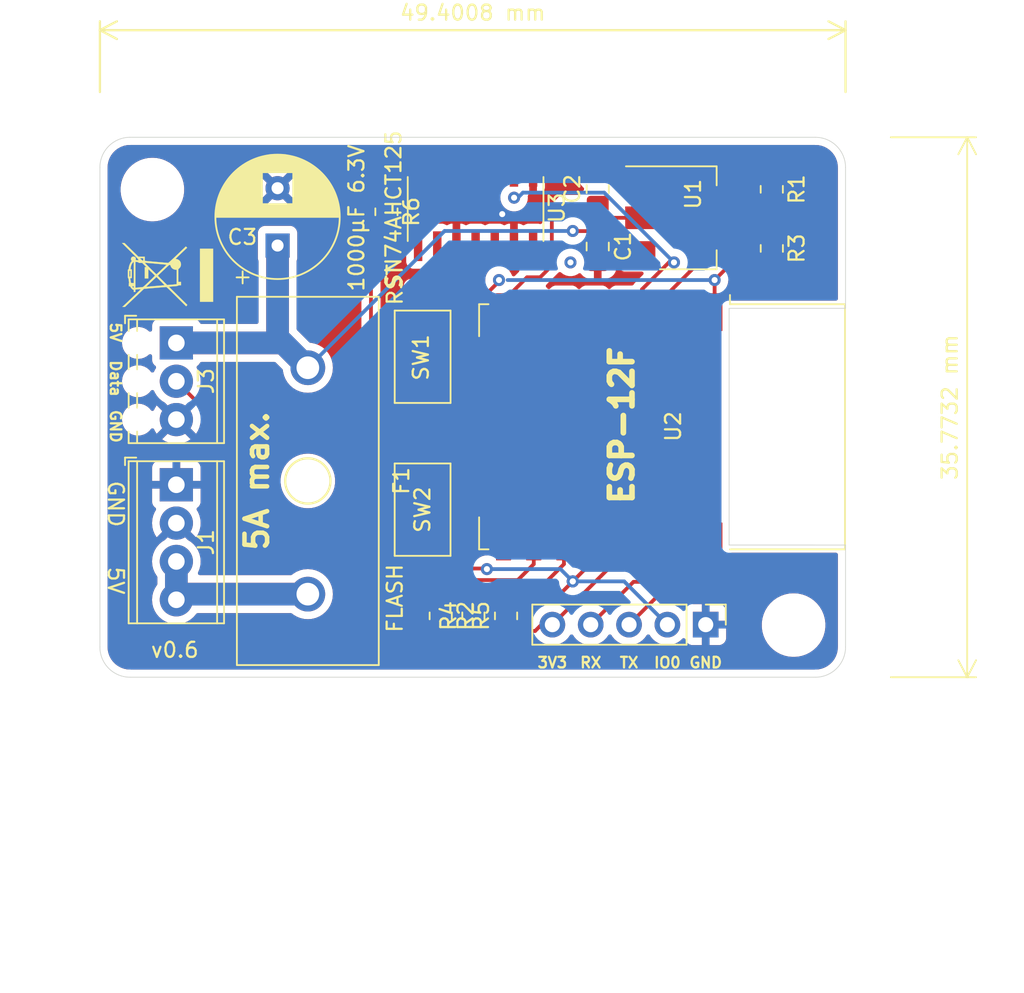
<source format=kicad_pcb>
(kicad_pcb (version 20211014) (generator pcbnew)
  (title_block (title "WS2812 Controller") (date "2022-01-30") (rev "0.6") (company "haus-automatisierung.com") (comment 1 "Matthias Kleine"))
  (layers (0 "F.Cu" signal) (31 "B.Cu" signal) (34 "B.Paste" user) (35 "F.Paste" user) (36 "B.SilkS" user "B.Silkscreen") (37 "F.SilkS" user "F.Silkscreen") (38 "B.Mask" user) (39 "F.Mask" user) (44 "Edge.Cuts" user))
  (net 0 "")
  (net 1 "+5V")
  (net 2 "GND")
  (net 3 "+3V3")
  (net 4 "Net-(R2-Pad1)")
  (net 17 "GPIO0")
  (net 18 "/EN")
  (net 19 "/RST")
  (net 20 "Net-(R4-Pad2)")
  (net 21 "TX")
  (net 22 "RX")
  (net 23 "Net-(J3-Pad2)")
  (net 24 "GPIO4")
  (net 25 "/SUPPLY")
  (net 26 "DATA")
  (footprint "Capacitor_SMD:C_0805_2012Metric_Pad1.18x1.45mm_HandSolder" (layer "F.Cu") (at 143.74114 73.72604 90)
    (fp_text reference "C2" (at 0 -1.68 90) (layer "F.SilkS"))
    (fp_text value "100nF")
    (pad "1" smd roundrect (at -1.0375 0 90) (size 1.175 1.45) (layers "F.Cu" "F.Paste" "F.Mask") (roundrect_rratio 0.212766) (net 3 "+3V3"))
    (pad "2" smd roundrect (at 1.0375 0 90) (size 1.175 1.45) (layers "F.Cu" "F.Paste" "F.Mask") (roundrect_rratio 0.212766) (net 2 "GND"))
  )
  (footprint "Capacitor_SMD:C_0805_2012Metric_Pad1.18x1.45mm_HandSolder" (layer "F.Cu") (at 143.74114 77.53604 -90)
    (fp_text reference "C1" (at 0 -1.68 -90) (layer "F.SilkS"))
    (fp_text value "100nF")
    (pad "1" smd roundrect (at -1.0375 0 270) (size 1.175 1.45) (layers "F.Cu" "F.Paste" "F.Mask") (roundrect_rratio 0.212766) (net 1 "+5V"))
    (pad "2" smd roundrect (at 1.0375 0 270) (size 1.175 1.45) (layers "F.Cu" "F.Paste" "F.Mask") (roundrect_rratio 0.212766) (net 2 "GND"))
  )
  (footprint "Package_TO_SOT_SMD:SOT-223-3_TabPin2" (layer "F.Cu") (at 149.71014 75.63104)
    (fp_text reference "U1" (at 0.35306 -1.56464 270) (layer "F.SilkS"))
    (fp_text value "AMS1117-3.3")
    (pad "1" smd rect (at -3.15 -2.3) (size 2 1.5) (layers "F.Cu" "F.Paste" "F.Mask") (net 2 "GND"))
    (pad "2" smd rect (at -3.15 0) (size 2 1.5) (layers "F.Cu" "F.Paste" "F.Mask") (net 3 "+3V3"))
    (pad "2" smd rect (at 3.15 0) (size 2 3.8) (layers "F.Cu" "F.Paste" "F.Mask") (net 3 "+3V3"))
    (pad "3" smd rect (at -3.15 2.3) (size 2 1.5) (layers "F.Cu" "F.Paste" "F.Mask") (net 1 "+5V"))
  )
  (footprint "Button_Switch_SMD:SW_SPST_CK_RS282G05A3" (layer "F.Cu") (at 132.13842 94.96806 90)
    (fp_text reference "SW2" (at 0 -0.00762 90) (layer "F.SilkS"))
    (fp_text value "SW_GPIO0")
    (pad "1" smd rect (at -3.9 0 90) (size 1.5 1.5) (layers "F.Cu" "F.Paste" "F.Mask") (net 17 "GPIO0"))
    (pad "2" smd rect (at 3.9 0 90) (size 1.5 1.5) (layers "F.Cu" "F.Paste" "F.Mask") (net 2 "GND"))
  )
  (footprint "Button_Switch_SMD:SW_SPST_CK_RS282G05A3" (layer "F.Cu") (at 132.14096 84.83854 -90)
    (fp_text reference "SW1" (at 0.04826 0.11176 90) (layer "F.SilkS"))
    (fp_text value "SW_Reset")
    (pad "1" smd rect (at -3.9 0 270) (size 1.5 1.5) (layers "F.Cu" "F.Paste" "F.Mask") (net 2 "GND"))
    (pad "2" smd rect (at 3.9 0 270) (size 1.5 1.5) (layers "F.Cu" "F.Paste" "F.Mask") (net 19 "/RST"))
  )
  (footprint "Resistor_SMD:R_0805_2012Metric_Pad1.20x1.40mm_HandSolder" (layer "F.Cu") (at 135.50392 102.0064 90)
    (fp_text reference "R4" (at 0 -1.65 90) (layer "F.SilkS"))
    (fp_text value "10kΩ")
    (pad "1" smd roundrect (at -1 0 90) (size 1.2 1.4) (layers "F.Cu" "F.Paste" "F.Mask") (roundrect_rratio 0.208333) (net 3 "+3V3"))
    (pad "2" smd roundrect (at 1 0 90) (size 1.2 1.4) (layers "F.Cu" "F.Paste" "F.Mask") (roundrect_rratio 0.208333) (net 20 "Net-(R4-Pad2)"))
  )
  (footprint "Resistor_SMD:R_0805_2012Metric_Pad1.20x1.40mm_HandSolder" (layer "F.Cu") (at 155.27528 77.6605 -90)
    (fp_text reference "R3" (at 0 -1.65 -90) (layer "F.SilkS"))
    (fp_text value "10kΩ")
    (pad "1" smd roundrect (at -1 0 270) (size 1.2 1.4) (layers "F.Cu" "F.Paste" "F.Mask") (roundrect_rratio 0.208333) (net 3 "+3V3"))
    (pad "2" smd roundrect (at 1 0 270) (size 1.2 1.4) (layers "F.Cu" "F.Paste" "F.Mask") (roundrect_rratio 0.208333) (net 19 "/RST"))
  )
  (footprint "Resistor_SMD:R_0805_2012Metric_Pad1.20x1.40mm_HandSolder" (layer "F.Cu") (at 129.7432 75.2348 -90)
    (fp_text reference "R6" (at 0 -1.65 -90) (layer "F.SilkS"))
    (fp_text value "330Ω")
    (pad "1" smd roundrect (at -1 0 270) (size 1.2 1.4) (layers "F.Cu" "F.Paste" "F.Mask") (roundrect_rratio 0.208333) (net 23 "Net-(J3-Pad2)"))
    (pad "2" smd roundrect (at 1 0 270) (size 1.2 1.4) (layers "F.Cu" "F.Paste" "F.Mask") (roundrect_rratio 0.208333) (net 26 "DATA"))
  )
  (footprint "TerminalBlock_Phoenix:TerminalBlock_Phoenix_MPT-0,5-3-2.54_1x03_P2.54mm_Horizontal" (layer "F.Cu") (at 115.824 83.9216 -90)
    (fp_text reference "J3" (at 2.52984 -1.9685 90) (layer "F.SilkS"))
    (fp_text value "Conn_01x03")
    (pad "" np_thru_hole circle (at 2.54 2.54 270) (size 1.1 1.1) (drill 1.1) (layers *.Cu *.Mask))
    (pad "" np_thru_hole circle (at 0 2.54 270) (size 1.1 1.1) (drill 1.1) (layers *.Cu *.Mask))
    (pad "" np_thru_hole circle (at 5.08 2.54 270) (size 1.1 1.1) (drill 1.1) (layers *.Cu *.Mask))
    (pad "1" thru_hole rect (at 0 0 270) (size 2.2 2.2) (drill 1.1) (layers *.Cu *.Mask) (net 1 "+5V"))
    (pad "2" thru_hole circle (at 2.54 0 270) (size 2.2 2.2) (drill 1.1) (layers *.Cu *.Mask) (net 23 "Net-(J3-Pad2)"))
    (pad "3" thru_hole circle (at 5.08 0 270) (size 2.2 2.2) (drill 1.1) (layers *.Cu *.Mask) (net 2 "GND"))
  )
  (footprint "Resistor_SMD:R_0805_2012Metric_Pad1.20x1.40mm_HandSolder" (layer "F.Cu") (at 155.27274 73.74382 -90)
    (fp_text reference "R1" (at 0 -1.65 -90) (layer "F.SilkS"))
    (fp_text value "10kΩ")
    (pad "1" smd roundrect (at -1 0 270) (size 1.2 1.4) (layers "F.Cu" "F.Paste" "F.Mask") (roundrect_rratio 0.208333) (net 3 "+3V3"))
    (pad "2" smd roundrect (at 1 0 270) (size 1.2 1.4) (layers "F.Cu" "F.Paste" "F.Mask") (roundrect_rratio 0.208333) (net 18 "/EN"))
  )
  (footprint "TerminalBlock_Phoenix:TerminalBlock_Phoenix_MPT-0,5-4-2.54_1x04_P2.54mm_Horizontal" (layer "F.Cu") (at 115.824 93.3196 -90)
    (fp_text reference "J1" (at 3.81 -1.9685 90) (layer "F.SilkS"))
    (fp_text value "Conn_01x04_Male")
    (pad "1" thru_hole rect (at 0 0 270) (size 2.2 2.2) (drill 1.1) (layers *.Cu *.Mask) (net 2 "GND"))
    (pad "2" thru_hole circle (at 2.54 0 270) (size 2.2 2.2) (drill 1.1) (layers *.Cu *.Mask) (net 2 "GND"))
    (pad "3" thru_hole circle (at 5.08 0 270) (size 2.2 2.2) (drill 1.1) (layers *.Cu *.Mask) (net 25 "/SUPPLY"))
    (pad "4" thru_hole circle (at 7.62 0 270) (size 2.2 2.2) (drill 1.1) (layers *.Cu *.Mask) (net 25 "/SUPPLY"))
  )
  (footprint "MountingHole:MountingHole_3.2mm_M3" (layer "F.Cu") (at 114.2365 73.7616)
    (fp_text reference "REF**" hide)
    (fp_text value "MountingHole_3.2mm_M3" hide)
    (pad "" np_thru_hole circle (at 0 0) (size 3.2 3.2) (drill 3.2) (layers *.Cu *.Mask))
  )
  (footprint "MountingHole:MountingHole_3.2mm_M3" (layer "F.Cu") (at 156.718 102.616)
    (fp_text reference "REF**" hide)
    (fp_text value "MountingHole_3.2mm_M3" hide)
    (pad "" np_thru_hole circle (at 0 0) (size 3.2 3.2) (drill 3.2) (layers *.Cu *.Mask))
  )
  (footprint "Capacitor_THT:CP_Radial_D8.0mm_P3.80mm" (layer "F.Cu") (at 122.5296 77.47 90)
    (fp_text reference "C3" (at 0.5588 -2.3368 180) (layer "F.SilkS"))
    (fp_text value "1000µF")
    (pad "1" thru_hole rect (at 0 0 90) (size 1.6 1.6) (drill 0.8) (layers *.Cu *.Mask) (net 1 "+5V"))
    (pad "2" thru_hole circle (at 3.8 0 90) (size 1.6 1.6) (drill 0.8) (layers *.Cu *.Mask) (net 2 "GND"))
  )
  (footprint "RF_Module:ESP-12E" (layer "F.Cu") (at 148.00326 89.47712 -90)
    (fp_text reference "U2" (at -0.02032 -0.73914 90) (layer "F.SilkS"))
    (fp_text value "ESP-12F")
    (pad "1" smd rect (at -7.6 -3.5 270) (size 2.5 1) (layers "F.Cu" "F.Paste" "F.Mask") (net 19 "/RST"))
    (pad "2" smd rect (at -7.6 -1.5 270) (size 2.5 1) (layers "F.Cu" "F.Paste" "F.Mask"))
    (pad "3" smd rect (at -7.6 0.5 270) (size 2.5 1) (layers "F.Cu" "F.Paste" "F.Mask") (net 18 "/EN"))
    (pad "4" smd rect (at -7.6 2.5 270) (size 2.5 1) (layers "F.Cu" "F.Paste" "F.Mask"))
    (pad "5" smd rect (at -7.6 4.5 270) (size 2.5 1) (layers "F.Cu" "F.Paste" "F.Mask"))
    (pad "6" smd rect (at -7.6 6.5 270) (size 2.5 1) (layers "F.Cu" "F.Paste" "F.Mask"))
    (pad "7" smd rect (at -7.6 8.5 270) (size 2.5 1) (layers "F.Cu" "F.Paste" "F.Mask"))
    (pad "8" smd rect (at -7.6 10.5 270) (size 2.5 1) (layers "F.Cu" "F.Paste" "F.Mask") (net 3 "+3V3"))
    (pad "9" smd rect (at -5 12 270) (size 1 1.8) (layers "F.Cu" "F.Paste" "F.Mask"))
    (pad "10" smd rect (at -3 12 270) (size 1 1.8) (layers "F.Cu" "F.Paste" "F.Mask"))
    (pad "11" smd rect (at -1 12 270) (size 1 1.8) (layers "F.Cu" "F.Paste" "F.Mask"))
    (pad "12" smd rect (at 1 12 270) (size 1 1.8) (layers "F.Cu" "F.Paste" "F.Mask"))
    (pad "13" smd rect (at 3 12 270) (size 1 1.8) (layers "F.Cu" "F.Paste" "F.Mask"))
    (pad "14" smd rect (at 5 12 270) (size 1 1.8) (layers "F.Cu" "F.Paste" "F.Mask"))
    (pad "15" smd rect (at 7.6 10.5 270) (size 2.5 1) (layers "F.Cu" "F.Paste" "F.Mask") (net 2 "GND"))
    (pad "16" smd rect (at 7.6 8.5 270) (size 2.5 1) (layers "F.Cu" "F.Paste" "F.Mask") (net 4 "Net-(R2-Pad1)"))
    (pad "17" smd rect (at 7.6 6.5 270) (size 2.5 1) (layers "F.Cu" "F.Paste" "F.Mask") (net 20 "Net-(R4-Pad2)"))
    (pad "18" smd rect (at 7.6 4.5 270) (size 2.5 1) (layers "F.Cu" "F.Paste" "F.Mask") (net 17 "GPIO0"))
    (pad "19" smd rect (at 7.6 2.5 270) (size 2.5 1) (layers "F.Cu" "F.Paste" "F.Mask") (net 24 "GPIO4"))
    (pad "20" smd rect (at 7.6 0.5 270) (size 2.5 1) (layers "F.Cu" "F.Paste" "F.Mask"))
    (pad "21" smd rect (at 7.6 -1.5 270) (size 2.5 1) (layers "F.Cu" "F.Paste" "F.Mask") (net 22 "RX"))
    (pad "22" smd rect (at 7.6 -3.5 270) (size 2.5 1) (layers "F.Cu" "F.Paste" "F.Mask") (net 21 "TX"))
    (zone (net 0) (net_name "") (layers *.Cu) (connect_pads (clearance 0)) (min_thickness 0.254)
      (keepout (tracks not_allowed) (vias not_allowed) (pads not_allowed) (copperpour not_allowed) (footprints not_allowed))
      (fill (thermal_gap 0.508) (thermal_bridge_width 0.508))
      (polygon (pts (xy 152.80326 81.35712) (xy 152.80326 97.59712) (xy 160.12326 97.59712) (xy 160.12326 81.35712)))
    )
  )
  (footprint "Custom Footprints CB:Fuse-PTF75_Stelvio" (layer "F.Cu") (at 129.2352 93.0656 -90)
    (fp_text reference "F1" (at 0 -1.5 -90) (layer "F.SilkS"))
    (fp_text value "Fuse")
    (pad "" np_thru_hole circle (at 0 4.7 270) (size 2.6 2.6) (drill 2.6) (layers *.Cu *.Mask))
    (pad "1" thru_hole circle (at -7.5 4.7 270) (size 2.3 2.3) (drill 1.5) (layers *.Cu *.Mask) (net 1 "+5V"))
    (pad "2" thru_hole circle (at 7.5 4.7 270) (size 2.3 2.3) (drill 1.5) (layers *.Cu *.Mask) (net 25 "/SUPPLY"))
  )
  (footprint "Resistor_SMD:R_0805_2012Metric_Pad1.20x1.40mm_HandSolder" (layer "F.Cu") (at 137.668 102.0064 90)
    (fp_text reference "R5" (at 0 -1.65 90) (layer "F.SilkS"))
    (fp_text value "10kΩ")
    (pad "1" smd roundrect (at -1 0 90) (size 1.2 1.4) (layers "F.Cu" "F.Paste" "F.Mask") (roundrect_rratio 0.208333) (net 3 "+3V3"))
    (pad "2" smd roundrect (at 1 0 90) (size 1.2 1.4) (layers "F.Cu" "F.Paste" "F.Mask") (roundrect_rratio 0.208333) (net 17 "GPIO0"))
  )
  (footprint "Resistor_SMD:R_0805_2012Metric_Pad1.20x1.40mm_HandSolder" (layer "F.Cu") (at 133.33984 102.0064 -90)
    (fp_text reference "R2" (at 0 -1.65 -90) (layer "F.SilkS"))
    (fp_text value "10kΩ")
    (pad "1" smd roundrect (at -1 0 270) (size 1.2 1.4) (layers "F.Cu" "F.Paste" "F.Mask") (roundrect_rratio 0.208333) (net 4 "Net-(R2-Pad1)"))
    (pad "2" smd roundrect (at 1 0 270) (size 1.2 1.4) (layers "F.Cu" "F.Paste" "F.Mask") (roundrect_rratio 0.208333) (net 2 "GND"))
  )
  (footprint "Connector_PinHeader_2.54mm:PinHeader_1x05_P2.54mm_Vertical" (layer "F.Cu") (at 150.89632 102.58646 -90)
    (fp_text reference "J2" hide)
    (fp_text value "Conn_01x05_Male")
    (pad "1" thru_hole rect (at 0 0 270) (size 1.7 1.7) (drill 1) (layers *.Cu *.Mask) (net 2 "GND"))
    (pad "2" thru_hole oval (at 0 2.54 270) (size 1.7 1.7) (drill 1) (layers *.Cu *.Mask) (net 17 "GPIO0"))
    (pad "3" thru_hole oval (at 0 5.08 270) (size 1.7 1.7) (drill 1) (layers *.Cu *.Mask) (net 21 "TX"))
    (pad "4" thru_hole oval (at 0 7.62 270) (size 1.7 1.7) (drill 1) (layers *.Cu *.Mask) (net 22 "RX"))
    (pad "5" thru_hole oval (at 0 10.16 270) (size 1.7 1.7) (drill 1) (layers *.Cu *.Mask) (net 3 "+3V3"))
  )
  (footprint "Custom Footprints CB:SN74AHCT125D" (layer "F.Cu") (at 135.65 75.05 -90)
    (fp_text reference "U3" (at -0.0762 -5.3848 -90) (layer "F.SilkS"))
    (fp_text value "SN74AHCT125" (at 0.0254 5.4356 -90) (layer "F.SilkS"))
    (pad "1" smd rect (at -2.4638 -3.81 270) (size 1.969999 0.558) (layers "F.Cu" "F.Paste" "F.Mask") (net 2 "GND"))
    (pad "2" smd rect (at -2.4638 -2.54 270) (size 1.969999 0.558) (layers "F.Cu" "F.Paste" "F.Mask") (net 24 "GPIO4"))
    (pad "3" smd rect (at -2.4638 -1.27 270) (size 1.969999 0.558) (layers "F.Cu" "F.Paste" "F.Mask") (net 26 "DATA"))
    (pad "4" smd rect (at -2.4638 0 270) (size 1.969999 0.558) (layers "F.Cu" "F.Paste" "F.Mask") (net 2 "GND"))
    (pad "5" smd rect (at -2.4638 1.27 270) (size 1.969999 0.558) (layers "F.Cu" "F.Paste" "F.Mask"))
    (pad "6" smd rect (at -2.4638 2.54 270) (size 1.969999 0.558) (layers "F.Cu" "F.Paste" "F.Mask"))
    (pad "7" smd rect (at -2.4638 3.81 270) (size 1.969999 0.558) (layers "F.Cu" "F.Paste" "F.Mask") (net 2 "GND"))
    (pad "8" smd rect (at 2.4638 3.81 270) (size 1.969999 0.558) (layers "F.Cu" "F.Paste" "F.Mask"))
    (pad "9" smd rect (at 2.4638 2.54 270) (size 1.969999 0.558) (layers "F.Cu" "F.Paste" "F.Mask"))
    (pad "10" smd rect (at 2.4638 1.27 270) (size 1.969999 0.558) (layers "F.Cu" "F.Paste" "F.Mask") (net 2 "GND"))
    (pad "11" smd rect (at 2.4638 0 270) (size 1.969999 0.558) (layers "F.Cu" "F.Paste" "F.Mask"))
    (pad "12" smd rect (at 2.4638 -1.27 270) (size 1.969999 0.558) (layers "F.Cu" "F.Paste" "F.Mask"))
    (pad "13" smd rect (at 2.4638 -2.54 270) (size 1.969999 0.558) (layers "F.Cu" "F.Paste" "F.Mask") (net 2 "GND"))
    (pad "14" smd rect (at 2.4638 -3.81 270) (size 1.969999 0.558) (layers "F.Cu" "F.Paste" "F.Mask") (net 1 "+5V"))
  )
  (footprint "Symbol:WEEE-Logo_4.2x6mm_SilkScreen" (layer "F.Cu") (at 115.2398 79.4258 90)
    (fp_text reference "REF**" hide)
    (fp_text value "WEEE-Logo_4.2x6mm_SilkScreen" hide)
  )
  (gr_arc (start 112.75924 106.07028) (mid 111.345026 105.484494) (end 110.75924 104.07028) (layer "Edge.Cuts") (width 0.05))
  (gr_arc (start 160.16 104.07028) (mid 159.574214 105.484494) (end 158.16 106.07028) (layer "Edge.Cuts") (width 0.05))
  (gr_arc (start 158.16 70.29704) (mid 159.574214 70.882826) (end 160.16 72.29704) (layer "Edge.Cuts") (width 0.05))
  (gr_line (start 152.44826 81.62852) (end 152.44826 97.31302) (layer "Edge.Cuts") (width 0.05))
  (gr_line (start 160.16 81.62852) (end 160.16 72.29704) (layer "Edge.Cuts") (width 0.05))
  (gr_line (start 158.16 70.29704) (end 112.75924 70.29704) (layer "Edge.Cuts") (width 0.05))
  (gr_line (start 160.16 104.07028) (end 160.16 97.314055) (layer "Edge.Cuts") (width 0.05))
  (gr_line (start 110.75924 72.29704) (end 110.75924 104.07028) (layer "Edge.Cuts") (width 0.05))
  (gr_line (start 152.44826 97.31302) (end 160.16 97.314055) (layer "Edge.Cuts") (width 0.05))
  (gr_line (start 112.75924 106.07028) (end 158.16 106.07028) (layer "Edge.Cuts") (width 0.05))
  (gr_line (start 160.16 81.62852) (end 152.44826 81.62852) (layer "Edge.Cuts") (width 0.05))
  (gr_arc (start 110.75924 72.29704) (mid 111.345026 70.882826) (end 112.75924 70.29704) (layer "Edge.Cuts") (width 0.05))
  (gr_text "RST" (at 130.302 80.0608 90) (layer "F.SilkS") (effects (font (size 1 1))))
  (gr_text "FLASH" (at 130.302 100.838 90) (layer "F.SilkS") (effects (font (size 1 1))))
  (gr_text "1000µF 6.3V" (at 127.762 75.6412 90) (layer "F.SilkS") (effects (font (size 1 1))))
  (gr_text "GND" (at 111.79836 89.44864 270) (layer "F.SilkS") (effects (font (size 0.7 0.7))))
  (gr_text "5V" (at 111.79836 83.22564 270) (layer "F.SilkS") (effects (font (size 0.7 0.7))))
  (gr_text "5A max." (at 121.158 93.0656 90) (layer "F.SilkS") (effects (font (size 1.5 1.5) (thickness 0.3))))
  (gr_text "Data" (at 111.79836 86.27364 270) (layer "F.SilkS") (effects (font (size 0.7 0.7))))
  (gr_text "ESP-12F" (at 145.33626 89.37552 90) (layer "F.SilkS") (effects (font (size 1.5 1.5) (thickness 0.375))))
  (gr_text "GND" (at 150.89632 105.10022) (layer "F.SilkS") (effects (font (size 0.7 0.7))))
  (gr_text "IO0" (at 148.35632 105.10022) (layer "F.SilkS") (effects (font (size 0.7 0.7))))
  (gr_text "TX" (at 145.81632 105.10022) (layer "F.SilkS") (effects (font (size 0.7 0.7))))
  (gr_text "RX" (at 143.27632 105.10022) (layer "F.SilkS") (effects (font (size 0.7 0.7))))
  (gr_text "3V3" (at 140.73632 105.10022) (layer "F.SilkS") (effects (font (size 0.7 0.7))))
  (gr_text "v0.6" (at 115.7224 104.267) (layer "F.SilkS") (effects (font (size 1 1))))
  (gr_text "5V" (at 111.8108 99.6696 270) (layer "F.SilkS") (effects (font (size 1 1))))
  (gr_text "GND" (at 111.8108 94.5896 270) (layer "F.SilkS") (effects (font (size 1 1))))
  (dimension (type aligned) (layer "F.SilkS") (pts (xy 163.16 106.07028) (xy 163.16 70.29704)) (height 5.0604) (gr_text "35.7732 mm" (at 167.0704 88.18366 90) (layer "F.SilkS") (effects (font (size 1 1) (thickness 0.15)))) (format (units 2) (units_format 1) (precision 4)) (style (thickness 0.12) (arrow_length 1.27) (text_position_mode 0) (extension_height 0.58642) (extension_offset 0) keep_text_aligned))
  (dimension (type aligned) (layer "F.SilkS") (pts (xy 160.16 67.29704) (xy 110.75924 67.29704)) (height 4.09704) (gr_text "49.4008 mm" (at 135.45962 62.05) (layer "F.SilkS") (effects (font (size 1 1) (thickness 0.15)))) (format (units 2) (units_format 1) (precision 4)) (style (thickness 0.15) (arrow_length 1.27) (text_position_mode 0) (extension_height 0.58642) (extension_offset 0) keep_text_aligned))
  (segment (start 142.09384 76.51104) (end 142.0876 76.5048) (width 0.25) (layer "F.Cu") (net 1))
  (segment (start 146.56014 77.93104) (end 145.16114 77.93104) (width 0.25) (layer "F.Cu") (net 1))
  (segment (start 143.74114 76.51104) (end 142.09384 76.51104) (width 0.25) (layer "F.Cu") (net 1))
  (segment (start 122.8912 83.9216) (end 115.824 83.9216) (width 1.5) (layer "F.Cu") (net 1))
  (segment (start 124.5352 85.5656) (end 122.8912 83.9216) (width 1.5) (layer "F.Cu") (net 1))
  (segment (start 122.5296 77.47) (end 122.5296 83.56) (width 1.5) (layer "F.Cu") (net 1))
  (segment (start 122.5296 83.56) (end 124.5352 85.5656) (width 1.5) (layer "F.Cu") (net 1))
  (segment (start 145.16114 77.93104) (end 143.74114 76.51104) (width 0.25) (layer "F.Cu") (net 1))
  (via (at 142.0876 76.5048) (size 0.8) (drill 0.4) (layers "F.Cu" "B.Cu") (net 1))
  (via (at 141.9352 78.5876) (size 0.8) (drill 0.4) (layers "F.Cu" "B.Cu") (net 1))
  (segment (start 122.5296 83.56) (end 124.5352 85.5656) (width 1.5) (layer "B.Cu") (net 1))
  (segment (start 124.5352 85.5656) (end 133.596 76.5048) (width 0.25) (layer "B.Cu") (net 1))
  (segment (start 122.5296 77.47) (end 122.5296 83.56) (width 1.5) (layer "B.Cu") (net 1))
  (segment (start 122.8912 83.9216) (end 115.824 83.9216) (width 1.5) (layer "B.Cu") (net 1))
  (segment (start 133.596 76.5048) (end 142.0876 76.5048) (width 0.25) (layer "B.Cu") (net 1))
  (segment (start 124.5352 85.5656) (end 122.8912 83.9216) (width 1.5) (layer "B.Cu") (net 1))
  (segment (start 145.93014 72.70104) (end 146.56014 73.33104) (width 0.25) (layer "F.Cu") (net 2))
  (segment (start 143.74114 72.70104) (end 145.93014 72.70104) (width 0.25) (layer "F.Cu") (net 2))
  (via (at 137.414 75.3872) (size 0.8) (drill 0.4) (layers "F.Cu" "B.Cu") (net 2))
  (segment (start 144.62114 75.63104) (end 143.74114 74.75104) (width 0.25) (layer "F.Cu") (net 3))
  (segment (start 146.56014 75.63104) (end 144.62114 75.63104) (width 0.25) (layer "F.Cu") (net 3))
  (segment (start 152.86014 75.13142) (end 152.86014 75.63104) (width 0.25) (layer "F.Cu") (net 3))
  (segment (start 139.5936 103.0064) (end 140.01354 102.58646) (width 0.25) (layer "F.Cu") (net 3))
  (segment (start 140.7 75.6) (end 140.7 78.8) (width 0.25) (layer "F.Cu") (net 3))
  (segment (start 141.551558 74.75104) (end 143.74114 74.75104) (width 0.25) (layer "F.Cu") (net 3))
  (segment (start 140.7 78.8) (end 139.926619 79.573381) (width 0.25) (layer "F.Cu") (net 3))
  (segment (start 153.8646 76.6355) (end 152.86014 75.63104) (width 0.25) (layer "F.Cu") (net 3))
  (segment (start 141.551558 74.75104) (end 140.702598 75.6) (width 0.25) (layer "F.Cu") (net 3))
  (segment (start 140.702598 75.6) (end 140.7 75.6) (width 0.25) (layer "F.Cu") (net 3))
  (segment (start 137.50326 83.37712) (end 137.50326 81.87712) (width 0.25) (layer "F.Cu") (net 3))
  (segment (start 139.926619 79.573381) (end 139.056999 79.573381) (width 0.25) (layer "F.Cu") (net 3))
  (segment (start 140.73632 102.58646) (end 144.328261 98.994519) (width 0.25) (layer "F.Cu") (net 3))
  (segment (start 138.11294 102.58646) (end 137.668 103.0314) (width 0.25) (layer "F.Cu") (net 3))
  (segment (start 152.86014 75.63104) (end 146.56014 75.63104) (width 0.25) (layer "F.Cu") (net 3))
  (segment (start 144.328261 98.994519) (end 144.328261 90.202121) (width 0.25) (layer "F.Cu") (net 3))
  (segment (start 144.328261 90.202121) (end 137.50326 83.37712) (width 0.25) (layer "F.Cu") (net 3))
  (segment (start 155.27528 76.6355) (end 153.8646 76.6355) (width 0.25) (layer "F.Cu") (net 3))
  (segment (start 137.668 103.0314) (end 135.50392 103.0314) (width 0.25) (layer "F.Cu") (net 3))
  (segment (start 137.50326 81.87712) (end 137.50326 81.12712) (width 0.25) (layer "F.Cu") (net 3))
  (segment (start 137.668 103.0064) (end 139.5936 103.0064) (width 0.25) (layer "F.Cu") (net 3))
  (segment (start 137.50326 81.12712) (end 139.056999 79.573381) (width 0.25) (layer "F.Cu") (net 3))
  (segment (start 155.27274 72.71882) (end 152.86014 75.13142) (width 0.25) (layer "F.Cu") (net 3))
  (segment (start 140.01354 102.58646) (end 140.73632 102.58646) (width 0.25) (layer "F.Cu") (net 3))
  (segment (start 138.449 99.63138) (end 134.68986 99.63138) (width 0.25) (layer "F.Cu") (net 4))
  (segment (start 134.68986 99.63138) (end 133.33984 100.9814) (width 0.25) (layer "F.Cu") (net 4))
  (segment (start 139.50326 98.57712) (end 138.449 99.63138) (width 0.25) (layer "F.Cu") (net 4))
  (segment (start 139.50326 97.07712) (end 139.50326 98.57712) (width 0.25) (layer "F.Cu") (net 4))
  (segment (start 140.8266 100.9814) (end 142.0876 99.7204) (width 0.25) (layer "F.Cu") (net 17))
  (segment (start 142.0876 99.7204) (end 143.50326 98.30474) (width 0.25) (layer "F.Cu") (net 17))
  (segment (start 136.35968 98.86806) (end 136.398 98.90638) (width 0.25) (layer "F.Cu") (net 17))
  (segment (start 132.13842 98.86806) (end 136.35968 98.86806) (width 0.25) (layer "F.Cu") (net 17))
  (segment (start 137.668 100.9814) (end 140.8266 100.9814) (width 0.25) (layer "F.Cu") (net 17))
  (segment (start 143.50326 98.30474) (end 143.50326 97.07712) (width 0.25) (layer "F.Cu") (net 17))
  (via (at 142.0876 99.7204) (size 0.8) (drill 0.4) (layers "F.Cu" "B.Cu") (net 17))
  (via (at 136.398 98.90638) (size 0.8) (drill 0.4) (layers "F.Cu" "B.Cu") (net 17))
  (via (at 142.0876 99.7204) (size 0.8) (drill 0.4) (layers "F.Cu" "B.Cu") (net 17))
  (segment (start 136.398 98.90638) (end 141.27358 98.90638) (width 0.25) (layer "B.Cu") (net 17))
  (segment (start 141.27358 98.90638) (end 142.0876 99.7204) (width 0.25) (layer "B.Cu") (net 17))
  (segment (start 142.0876 99.7204) (end 145.49026 99.7204) (width 0.25) (layer "B.Cu") (net 17))
  (segment (start 145.49026 99.7204) (end 148.35632 102.58646) (width 0.25) (layer "B.Cu") (net 17))
  (segment (start 156.30029 77.19868) (end 155.82577 77.6732) (width 0.25) (layer "F.Cu") (net 18))
  (segment (start 147.50326 81.542118) (end 147.50326 81.87712) (width 0.25) (layer "F.Cu") (net 18))
  (segment (start 153.740692 78.23549) (end 150.809888 78.23549) (width 0.25) (layer "F.Cu") (net 18))
  (segment (start 150.809888 78.23549) (end 147.50326 81.542118) (width 0.25) (layer "F.Cu") (net 18))
  (segment (start 155.27274 74.76882) (end 156.30029 75.79637) (width 0.25) (layer "F.Cu") (net 18))
  (segment (start 156.30029 75.79637) (end 156.30029 77.19868) (width 0.25) (layer "F.Cu") (net 18))
  (segment (start 154.302982 77.6732) (end 153.740692 78.23549) (width 0.25) (layer "F.Cu") (net 18))
  (segment (start 155.82577 77.6732) (end 154.302982 77.6732) (width 0.25) (layer "F.Cu") (net 18))
  (segment (start 132.14096 84.904418) (end 132.14096 88.73854) (width 0.25) (layer "F.Cu") (net 19))
  (segment (start 152.5561 78.6855) (end 151.4856 79.756) (width 0.25) (layer "F.Cu") (net 19))
  (segment (start 151.4856 81.85946) (end 151.50326 81.87712) (width 0.25) (layer "F.Cu") (net 19))
  (segment (start 155.27528 78.6855) (end 152.5561 78.6855) (width 0.25) (layer "F.Cu") (net 19))
  (segment (start 151.4856 79.756) (end 151.4856 81.85946) (width 0.25) (layer "F.Cu") (net 19))
  (segment (start 137.289378 79.756) (end 132.14096 84.904418) (width 0.25) (layer "F.Cu") (net 19))
  (via (at 151.4856 79.756) (size 0.8) (drill 0.4) (layers "F.Cu" "B.Cu") (net 19))
  (via (at 137.2 79.756) (size 0.8) (drill 0.4) (layers "F.Cu" "B.Cu") (net 19))
  (segment (start 137.7696 79.756) (end 151.4856 79.756) (width 0.25) (layer "B.Cu") (net 19))
  (segment (start 141.50326 98.57712) (end 139.99899 100.08139) (width 0.25) (layer "F.Cu") (net 20))
  (segment (start 136.40393 100.08139) (end 135.50392 100.9814) (width 0.25) (layer "F.Cu") (net 20))
  (segment (start 139.99899 100.08139) (end 136.40393 100.08139) (width 0.25) (layer "F.Cu") (net 20))
  (segment (start 141.50326 97.07712) (end 141.50326 98.57712) (width 0.25) (layer "F.Cu") (net 20))
  (segment (start 151.50326 98.59674) (end 149.35 100.75) (width 0.25) (layer "F.Cu") (net 21))
  (segment (start 146.328922 102.58646) (end 145.81632 102.58646) (width 0.25) (layer "F.Cu") (net 21))
  (segment (start 149.35 100.75) (end 147.65278 100.75) (width 0.25) (layer "F.Cu") (net 21))
  (segment (start 151.50326 97.07712) (end 151.50326 98.59674) (width 0.25) (layer "F.Cu") (net 21))
  (segment (start 147.65278 100.75) (end 145.81632 102.58646) (width 0.25) (layer "F.Cu") (net 21))
  (segment (start 149.50326 97.07712) (end 149.50326 98.54674) (width 0.25) (layer "F.Cu") (net 22))
  (segment (start 149.50326 98.54674) (end 148.3 99.75) (width 0.25) (layer "F.Cu") (net 22))
  (segment (start 148.3 99.75) (end 146.11278 99.75) (width 0.25) (layer "F.Cu") (net 22))
  (segment (start 146.11278 99.75) (end 143.27632 102.58646) (width 0.25) (layer "F.Cu") (net 22))
  (segment (start 115.824 86.4616) (end 118.9228 89.5604) (width 0.25) (layer "F.Cu") (net 23))
  (segment (start 128.71819 86.47061) (end 125.6284 89.5604) (width 0.25) (layer "F.Cu") (net 23))
  (segment (start 128.71819 75.23481) (end 128.71819 86.47061) (width 0.25) (layer "F.Cu") (net 23))
  (segment (start 125.6284 89.5604) (end 118.9228 89.5604) (width 0.25) (layer "F.Cu") (net 23))
  (segment (start 129.7432 74.2098) (end 128.71819 75.23481) (width 0.25) (layer "F.Cu") (net 23))
  (segment (start 148.7932 78.5876) (end 148.457778 78.5876) (width 0.25) (layer "F.Cu") (net 24))
  (segment (start 146.678259 80.367119) (end 146.678259 93.871741) (width 0.25) (layer "F.Cu") (net 24))
  (segment (start 145.50326 95.04674) (end 145.50326 97.07712) (width 0.25) (layer "F.Cu") (net 24))
  (segment (start 148.457778 78.5876) (end 146.678259 80.367119) (width 0.25) (layer "F.Cu") (net 24))
  (segment (start 146.678259 93.871741) (end 145.50326 95.04674) (width 0.25) (layer "F.Cu") (net 24))
  (via (at 138.2 74.3) (size 0.8) (drill 0.4) (layers "F.Cu" "B.Cu") (net 24))
  (via (at 148.7932 78.5876) (size 0.8) (drill 0.4) (layers "F.Cu" "B.Cu") (net 24))
  (segment (start 138.7852 73.9648) (end 144.1704 73.9648) (width 0.25) (layer "B.Cu") (net 24))
  (segment (start 138.45 74.3) (end 138.7852 73.9648) (width 0.25) (layer "B.Cu") (net 24))
  (segment (start 144.1704 73.9648) (end 148.7932 78.5876) (width 0.25) (layer "B.Cu") (net 24))
  (segment (start 115.824 98.3996) (end 115.824 100.9396) (width 1.5) (layer "F.Cu") (net 25))
  (segment (start 124.5352 100.5656) (end 116.198 100.5656) (width 1.5) (layer "F.Cu") (net 25))
  (segment (start 116.198 100.5656) (end 115.824 100.9396) (width 1.5) (layer "F.Cu") (net 25))
  (segment (start 115.824 98.3996) (end 115.824 100.9396) (width 1.5) (layer "B.Cu") (net 25))
  (segment (start 124.5352 100.5656) (end 116.198 100.5656) (width 1.5) (layer "B.Cu") (net 25))
  (segment (start 116.198 100.5656) (end 115.824 100.9396) (width 1.5) (layer "B.Cu") (net 25))
  (segment (start 130.4652 76.2348) (end 131.7 75) (width 0.25) (layer "F.Cu") (net 26))
  (segment (start 136.92 73.48) (end 136.92 72.5862) (width 0.25) (layer "F.Cu") (net 26))
  (segment (start 135.4 75) (end 136.92 73.48) (width 0.25) (layer "F.Cu") (net 26))
  (segment (start 131.7 75) (end 135.4 75) (width 0.25) (layer "F.Cu") (net 26))
  (segment (start 129.7432 76.2348) (end 130.4652 76.2348) (width 0.25) (layer "F.Cu") (net 26))
  (zone (net 2) (net_name "GND") (layer "F.Cu") (connect_pads (clearance 0.508)) (min_thickness 0.254) (fill yes (thermal_gap 0.508) (thermal_bridge_width 0.508))
    (polygon (pts (xy 104.14 66.04) (xy 167.64 66.04) (xy 167.64 127) (xy 104.14 127)))
  )
  (zone (net 2) (net_name "GND") (layer "B.Cu") (connect_pads (clearance 0.508)) (min_thickness 0.254) (fill yes (thermal_gap 0.508) (thermal_bridge_width 0.508))
    (polygon (pts (xy 104.14 66.04) (xy 167.64 66.04) (xy 167.64 127) (xy 104.14 127)))
  )
)
</source>
